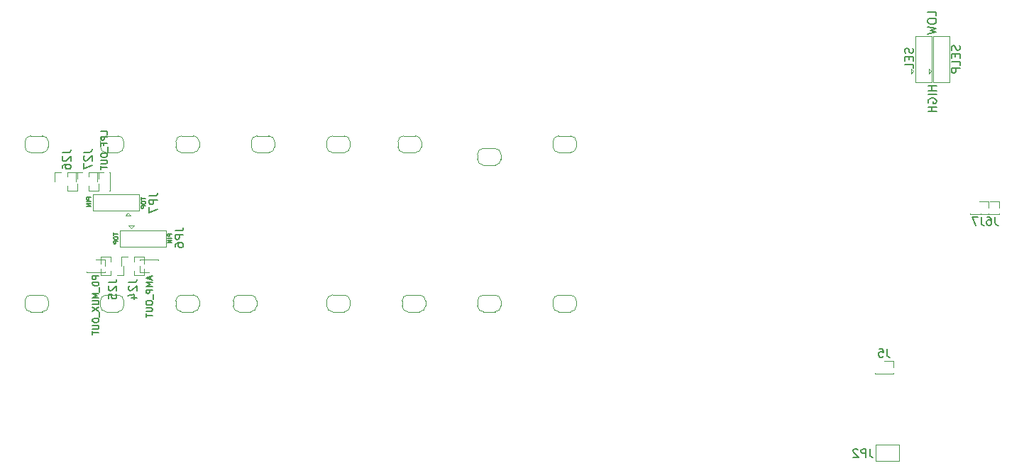
<source format=gbo>
G04 #@! TF.GenerationSoftware,KiCad,Pcbnew,(6.0.5-0)*
G04 #@! TF.CreationDate,2022-08-16T03:19:52+09:00*
G04 #@! TF.ProjectId,qLAMP-main,714c414d-502d-46d6-9169-6e2e6b696361,rev?*
G04 #@! TF.SameCoordinates,Original*
G04 #@! TF.FileFunction,Legend,Bot*
G04 #@! TF.FilePolarity,Positive*
%FSLAX46Y46*%
G04 Gerber Fmt 4.6, Leading zero omitted, Abs format (unit mm)*
G04 Created by KiCad (PCBNEW (6.0.5-0)) date 2022-08-16 03:19:52*
%MOMM*%
%LPD*%
G01*
G04 APERTURE LIST*
%ADD10C,0.127000*%
%ADD11C,0.150000*%
%ADD12C,0.149860*%
%ADD13C,0.120000*%
G04 APERTURE END LIST*
D10*
X90361809Y-103094761D02*
X90361809Y-103385047D01*
X90869809Y-103239904D02*
X90361809Y-103239904D01*
X90361809Y-103651142D02*
X90361809Y-103747904D01*
X90386000Y-103796285D01*
X90434380Y-103844666D01*
X90531142Y-103868857D01*
X90700476Y-103868857D01*
X90797238Y-103844666D01*
X90845619Y-103796285D01*
X90869809Y-103747904D01*
X90869809Y-103651142D01*
X90845619Y-103602761D01*
X90797238Y-103554380D01*
X90700476Y-103530190D01*
X90531142Y-103530190D01*
X90434380Y-103554380D01*
X90386000Y-103602761D01*
X90361809Y-103651142D01*
X90869809Y-104086571D02*
X90361809Y-104086571D01*
X90361809Y-104280095D01*
X90386000Y-104328476D01*
X90410190Y-104352666D01*
X90458571Y-104376857D01*
X90531142Y-104376857D01*
X90579523Y-104352666D01*
X90603714Y-104328476D01*
X90627904Y-104280095D01*
X90627904Y-104086571D01*
X97299809Y-103199904D02*
X96791809Y-103199904D01*
X96791809Y-103393428D01*
X96816000Y-103441809D01*
X96840190Y-103466000D01*
X96888571Y-103490190D01*
X96961142Y-103490190D01*
X97009523Y-103466000D01*
X97033714Y-103441809D01*
X97057904Y-103393428D01*
X97057904Y-103199904D01*
X97299809Y-103707904D02*
X96791809Y-103707904D01*
X97299809Y-103949809D02*
X96791809Y-103949809D01*
X97299809Y-104240095D01*
X96791809Y-104240095D01*
D11*
X185694761Y-81057142D02*
X185742380Y-81200000D01*
X185742380Y-81438095D01*
X185694761Y-81533333D01*
X185647142Y-81580952D01*
X185551904Y-81628571D01*
X185456666Y-81628571D01*
X185361428Y-81580952D01*
X185313809Y-81533333D01*
X185266190Y-81438095D01*
X185218571Y-81247619D01*
X185170952Y-81152380D01*
X185123333Y-81104761D01*
X185028095Y-81057142D01*
X184932857Y-81057142D01*
X184837619Y-81104761D01*
X184790000Y-81152380D01*
X184742380Y-81247619D01*
X184742380Y-81485714D01*
X184790000Y-81628571D01*
X185218571Y-82057142D02*
X185218571Y-82390476D01*
X185742380Y-82533333D02*
X185742380Y-82057142D01*
X184742380Y-82057142D01*
X184742380Y-82533333D01*
X185742380Y-83438095D02*
X185742380Y-82961904D01*
X184742380Y-82961904D01*
X188512380Y-85522380D02*
X187512380Y-85522380D01*
X187988571Y-85522380D02*
X187988571Y-86093809D01*
X188512380Y-86093809D02*
X187512380Y-86093809D01*
X188512380Y-86570000D02*
X187512380Y-86570000D01*
X187560000Y-87570000D02*
X187512380Y-87474761D01*
X187512380Y-87331904D01*
X187560000Y-87189047D01*
X187655238Y-87093809D01*
X187750476Y-87046190D01*
X187940952Y-86998571D01*
X188083809Y-86998571D01*
X188274285Y-87046190D01*
X188369523Y-87093809D01*
X188464761Y-87189047D01*
X188512380Y-87331904D01*
X188512380Y-87427142D01*
X188464761Y-87570000D01*
X188417142Y-87617619D01*
X188083809Y-87617619D01*
X188083809Y-87427142D01*
X188512380Y-88046190D02*
X187512380Y-88046190D01*
X187988571Y-88046190D02*
X187988571Y-88617619D01*
X188512380Y-88617619D02*
X187512380Y-88617619D01*
D10*
X87639809Y-98859904D02*
X87131809Y-98859904D01*
X87131809Y-99053428D01*
X87156000Y-99101809D01*
X87180190Y-99126000D01*
X87228571Y-99150190D01*
X87301142Y-99150190D01*
X87349523Y-99126000D01*
X87373714Y-99101809D01*
X87397904Y-99053428D01*
X87397904Y-98859904D01*
X87639809Y-99367904D02*
X87131809Y-99367904D01*
X87639809Y-99609809D02*
X87131809Y-99609809D01*
X87639809Y-99900095D01*
X87131809Y-99900095D01*
D11*
X191264761Y-80717142D02*
X191312380Y-80860000D01*
X191312380Y-81098095D01*
X191264761Y-81193333D01*
X191217142Y-81240952D01*
X191121904Y-81288571D01*
X191026666Y-81288571D01*
X190931428Y-81240952D01*
X190883809Y-81193333D01*
X190836190Y-81098095D01*
X190788571Y-80907619D01*
X190740952Y-80812380D01*
X190693333Y-80764761D01*
X190598095Y-80717142D01*
X190502857Y-80717142D01*
X190407619Y-80764761D01*
X190360000Y-80812380D01*
X190312380Y-80907619D01*
X190312380Y-81145714D01*
X190360000Y-81288571D01*
X190788571Y-81717142D02*
X190788571Y-82050476D01*
X191312380Y-82193333D02*
X191312380Y-81717142D01*
X190312380Y-81717142D01*
X190312380Y-82193333D01*
X191312380Y-83098095D02*
X191312380Y-82621904D01*
X190312380Y-82621904D01*
X191312380Y-83431428D02*
X190312380Y-83431428D01*
X190312380Y-83812380D01*
X190360000Y-83907619D01*
X190407619Y-83955238D01*
X190502857Y-84002857D01*
X190645714Y-84002857D01*
X190740952Y-83955238D01*
X190788571Y-83907619D01*
X190836190Y-83812380D01*
X190836190Y-83431428D01*
D10*
X94757000Y-108313285D02*
X94757000Y-108676142D01*
X94974714Y-108240714D02*
X94212714Y-108494714D01*
X94974714Y-108748714D01*
X94974714Y-109002714D02*
X94212714Y-109002714D01*
X94757000Y-109256714D01*
X94212714Y-109510714D01*
X94974714Y-109510714D01*
X94974714Y-109873571D02*
X94212714Y-109873571D01*
X94212714Y-110163857D01*
X94249000Y-110236428D01*
X94285285Y-110272714D01*
X94357857Y-110309000D01*
X94466714Y-110309000D01*
X94539285Y-110272714D01*
X94575571Y-110236428D01*
X94611857Y-110163857D01*
X94611857Y-109873571D01*
X95047285Y-110454142D02*
X95047285Y-111034714D01*
X94212714Y-111361285D02*
X94212714Y-111506428D01*
X94249000Y-111579000D01*
X94321571Y-111651571D01*
X94466714Y-111687857D01*
X94720714Y-111687857D01*
X94865857Y-111651571D01*
X94938428Y-111579000D01*
X94974714Y-111506428D01*
X94974714Y-111361285D01*
X94938428Y-111288714D01*
X94865857Y-111216142D01*
X94720714Y-111179857D01*
X94466714Y-111179857D01*
X94321571Y-111216142D01*
X94249000Y-111288714D01*
X94212714Y-111361285D01*
X94212714Y-112014428D02*
X94829571Y-112014428D01*
X94902142Y-112050714D01*
X94938428Y-112087000D01*
X94974714Y-112159571D01*
X94974714Y-112304714D01*
X94938428Y-112377285D01*
X94902142Y-112413571D01*
X94829571Y-112449857D01*
X94212714Y-112449857D01*
X94212714Y-112703857D02*
X94212714Y-113139285D01*
X94974714Y-112921571D02*
X94212714Y-112921571D01*
X93651796Y-98854755D02*
X93651796Y-99145041D01*
X94159796Y-98999898D02*
X93651796Y-98999898D01*
X93651796Y-99411136D02*
X93651796Y-99507898D01*
X93675987Y-99556279D01*
X93724367Y-99604660D01*
X93821129Y-99628851D01*
X93990463Y-99628851D01*
X94087225Y-99604660D01*
X94135606Y-99556279D01*
X94159796Y-99507898D01*
X94159796Y-99411136D01*
X94135606Y-99362755D01*
X94087225Y-99314374D01*
X93990463Y-99290184D01*
X93821129Y-99290184D01*
X93724367Y-99314374D01*
X93675987Y-99362755D01*
X93651796Y-99411136D01*
X94159796Y-99846565D02*
X93651796Y-99846565D01*
X93651796Y-100040089D01*
X93675987Y-100088470D01*
X93700177Y-100112660D01*
X93748558Y-100136851D01*
X93821129Y-100136851D01*
X93869510Y-100112660D01*
X93893701Y-100088470D01*
X93917891Y-100040089D01*
X93917891Y-99846565D01*
D11*
X188482380Y-77174285D02*
X188482380Y-76698095D01*
X187482380Y-76698095D01*
X187482380Y-77698095D02*
X187482380Y-77888571D01*
X187530000Y-77983809D01*
X187625238Y-78079047D01*
X187815714Y-78126666D01*
X188149047Y-78126666D01*
X188339523Y-78079047D01*
X188434761Y-77983809D01*
X188482380Y-77888571D01*
X188482380Y-77698095D01*
X188434761Y-77602857D01*
X188339523Y-77507619D01*
X188149047Y-77460000D01*
X187815714Y-77460000D01*
X187625238Y-77507619D01*
X187530000Y-77602857D01*
X187482380Y-77698095D01*
X187482380Y-78460000D02*
X188482380Y-78698095D01*
X187768095Y-78888571D01*
X188482380Y-79079047D01*
X187482380Y-79317142D01*
D10*
X88594714Y-108232857D02*
X87832714Y-108232857D01*
X87832714Y-108523142D01*
X87869000Y-108595714D01*
X87905285Y-108632000D01*
X87977857Y-108668285D01*
X88086714Y-108668285D01*
X88159285Y-108632000D01*
X88195571Y-108595714D01*
X88231857Y-108523142D01*
X88231857Y-108232857D01*
X88594714Y-108994857D02*
X87832714Y-108994857D01*
X87832714Y-109176285D01*
X87869000Y-109285142D01*
X87941571Y-109357714D01*
X88014142Y-109394000D01*
X88159285Y-109430285D01*
X88268142Y-109430285D01*
X88413285Y-109394000D01*
X88485857Y-109357714D01*
X88558428Y-109285142D01*
X88594714Y-109176285D01*
X88594714Y-108994857D01*
X88667285Y-109575428D02*
X88667285Y-110156000D01*
X88594714Y-110337428D02*
X87832714Y-110337428D01*
X88377000Y-110591428D01*
X87832714Y-110845428D01*
X88594714Y-110845428D01*
X87832714Y-111208285D02*
X88449571Y-111208285D01*
X88522142Y-111244571D01*
X88558428Y-111280857D01*
X88594714Y-111353428D01*
X88594714Y-111498571D01*
X88558428Y-111571142D01*
X88522142Y-111607428D01*
X88449571Y-111643714D01*
X87832714Y-111643714D01*
X87832714Y-111934000D02*
X88594714Y-112442000D01*
X87832714Y-112442000D02*
X88594714Y-111934000D01*
X88667285Y-112550857D02*
X88667285Y-113131428D01*
X87832714Y-113458000D02*
X87832714Y-113603142D01*
X87869000Y-113675714D01*
X87941571Y-113748285D01*
X88086714Y-113784571D01*
X88340714Y-113784571D01*
X88485857Y-113748285D01*
X88558428Y-113675714D01*
X88594714Y-113603142D01*
X88594714Y-113458000D01*
X88558428Y-113385428D01*
X88485857Y-113312857D01*
X88340714Y-113276571D01*
X88086714Y-113276571D01*
X87941571Y-113312857D01*
X87869000Y-113385428D01*
X87832714Y-113458000D01*
X87832714Y-114111142D02*
X88449571Y-114111142D01*
X88522142Y-114147428D01*
X88558428Y-114183714D01*
X88594714Y-114256285D01*
X88594714Y-114401428D01*
X88558428Y-114474000D01*
X88522142Y-114510285D01*
X88449571Y-114546571D01*
X87832714Y-114546571D01*
X87832714Y-114800571D02*
X87832714Y-115236000D01*
X88594714Y-115018285D02*
X87832714Y-115018285D01*
D12*
X84222380Y-93520476D02*
X84936666Y-93520476D01*
X85079523Y-93472857D01*
X85174761Y-93377619D01*
X85222380Y-93234761D01*
X85222380Y-93139523D01*
X84317619Y-93949047D02*
X84270000Y-93996666D01*
X84222380Y-94091904D01*
X84222380Y-94330000D01*
X84270000Y-94425238D01*
X84317619Y-94472857D01*
X84412857Y-94520476D01*
X84508095Y-94520476D01*
X84650952Y-94472857D01*
X85222380Y-93901428D01*
X85222380Y-94520476D01*
X84222380Y-95377619D02*
X84222380Y-95187142D01*
X84270000Y-95091904D01*
X84317619Y-95044285D01*
X84460476Y-94949047D01*
X84650952Y-94901428D01*
X85031904Y-94901428D01*
X85127142Y-94949047D01*
X85174761Y-94996666D01*
X85222380Y-95091904D01*
X85222380Y-95282380D01*
X85174761Y-95377619D01*
X85127142Y-95425238D01*
X85031904Y-95472857D01*
X84793809Y-95472857D01*
X84698571Y-95425238D01*
X84650952Y-95377619D01*
X84603333Y-95282380D01*
X84603333Y-95091904D01*
X84650952Y-94996666D01*
X84698571Y-94949047D01*
X84793809Y-94901428D01*
D10*
X89584714Y-91329428D02*
X89584714Y-90966571D01*
X88822714Y-90966571D01*
X89584714Y-91583428D02*
X88822714Y-91583428D01*
X88822714Y-91873714D01*
X88859000Y-91946285D01*
X88895285Y-91982571D01*
X88967857Y-92018857D01*
X89076714Y-92018857D01*
X89149285Y-91982571D01*
X89185571Y-91946285D01*
X89221857Y-91873714D01*
X89221857Y-91583428D01*
X89185571Y-92599428D02*
X89185571Y-92345428D01*
X89584714Y-92345428D02*
X88822714Y-92345428D01*
X88822714Y-92708285D01*
X89657285Y-92817142D02*
X89657285Y-93397714D01*
X88822714Y-93724285D02*
X88822714Y-93869428D01*
X88859000Y-93942000D01*
X88931571Y-94014571D01*
X89076714Y-94050857D01*
X89330714Y-94050857D01*
X89475857Y-94014571D01*
X89548428Y-93942000D01*
X89584714Y-93869428D01*
X89584714Y-93724285D01*
X89548428Y-93651714D01*
X89475857Y-93579142D01*
X89330714Y-93542857D01*
X89076714Y-93542857D01*
X88931571Y-93579142D01*
X88859000Y-93651714D01*
X88822714Y-93724285D01*
X88822714Y-94377428D02*
X89439571Y-94377428D01*
X89512142Y-94413714D01*
X89548428Y-94450000D01*
X89584714Y-94522571D01*
X89584714Y-94667714D01*
X89548428Y-94740285D01*
X89512142Y-94776571D01*
X89439571Y-94812857D01*
X88822714Y-94812857D01*
X88822714Y-95066857D02*
X88822714Y-95502285D01*
X89584714Y-95284571D02*
X88822714Y-95284571D01*
D11*
X94592380Y-98656666D02*
X95306666Y-98656666D01*
X95449523Y-98609047D01*
X95544761Y-98513809D01*
X95592380Y-98370952D01*
X95592380Y-98275714D01*
X95592380Y-99132857D02*
X94592380Y-99132857D01*
X94592380Y-99513809D01*
X94640000Y-99609047D01*
X94687619Y-99656666D01*
X94782857Y-99704285D01*
X94925714Y-99704285D01*
X95020952Y-99656666D01*
X95068571Y-99609047D01*
X95116190Y-99513809D01*
X95116190Y-99132857D01*
X94592380Y-100037619D02*
X94592380Y-100704285D01*
X95592380Y-100275714D01*
X193853333Y-101192380D02*
X193853333Y-101906666D01*
X193900952Y-102049523D01*
X193996190Y-102144761D01*
X194139047Y-102192380D01*
X194234285Y-102192380D01*
X193472380Y-101192380D02*
X192805714Y-101192380D01*
X193234285Y-102192380D01*
X97662380Y-102816666D02*
X98376666Y-102816666D01*
X98519523Y-102769047D01*
X98614761Y-102673809D01*
X98662380Y-102530952D01*
X98662380Y-102435714D01*
X98662380Y-103292857D02*
X97662380Y-103292857D01*
X97662380Y-103673809D01*
X97710000Y-103769047D01*
X97757619Y-103816666D01*
X97852857Y-103864285D01*
X97995714Y-103864285D01*
X98090952Y-103816666D01*
X98138571Y-103769047D01*
X98186190Y-103673809D01*
X98186190Y-103292857D01*
X97662380Y-104721428D02*
X97662380Y-104530952D01*
X97710000Y-104435714D01*
X97757619Y-104388095D01*
X97900476Y-104292857D01*
X98090952Y-104245238D01*
X98471904Y-104245238D01*
X98567142Y-104292857D01*
X98614761Y-104340476D01*
X98662380Y-104435714D01*
X98662380Y-104626190D01*
X98614761Y-104721428D01*
X98567142Y-104769047D01*
X98471904Y-104816666D01*
X98233809Y-104816666D01*
X98138571Y-104769047D01*
X98090952Y-104721428D01*
X98043333Y-104626190D01*
X98043333Y-104435714D01*
X98090952Y-104340476D01*
X98138571Y-104292857D01*
X98233809Y-104245238D01*
X180573333Y-128882380D02*
X180573333Y-129596666D01*
X180620952Y-129739523D01*
X180716190Y-129834761D01*
X180859047Y-129882380D01*
X180954285Y-129882380D01*
X180097142Y-129882380D02*
X180097142Y-128882380D01*
X179716190Y-128882380D01*
X179620952Y-128930000D01*
X179573333Y-128977619D01*
X179525714Y-129072857D01*
X179525714Y-129215714D01*
X179573333Y-129310952D01*
X179620952Y-129358571D01*
X179716190Y-129406190D01*
X180097142Y-129406190D01*
X179144761Y-128977619D02*
X179097142Y-128930000D01*
X179001904Y-128882380D01*
X178763809Y-128882380D01*
X178668571Y-128930000D01*
X178620952Y-128977619D01*
X178573333Y-129072857D01*
X178573333Y-129168095D01*
X178620952Y-129310952D01*
X179192380Y-129882380D01*
X178573333Y-129882380D01*
X182613334Y-116917391D02*
X182613334Y-117631677D01*
X182660953Y-117774534D01*
X182756191Y-117869772D01*
X182899048Y-117917391D01*
X182994286Y-117917391D01*
X181660953Y-116917391D02*
X182137143Y-116917391D01*
X182184762Y-117393582D01*
X182137143Y-117345963D01*
X182041905Y-117298344D01*
X181803810Y-117298344D01*
X181708572Y-117345963D01*
X181660953Y-117393582D01*
X181613334Y-117488820D01*
X181613334Y-117726915D01*
X181660953Y-117822153D01*
X181708572Y-117869772D01*
X181803810Y-117917391D01*
X182041905Y-117917391D01*
X182137143Y-117869772D01*
X182184762Y-117822153D01*
X89706382Y-109000482D02*
X90420668Y-109000482D01*
X90563525Y-108952863D01*
X90658763Y-108857625D01*
X90706382Y-108714767D01*
X90706382Y-108619529D01*
X89801621Y-109429053D02*
X89754002Y-109476672D01*
X89706382Y-109571910D01*
X89706382Y-109810006D01*
X89754002Y-109905244D01*
X89801621Y-109952863D01*
X89896859Y-110000482D01*
X89992097Y-110000482D01*
X90134954Y-109952863D01*
X90706382Y-109381434D01*
X90706382Y-110000482D01*
X89706382Y-110905244D02*
X89706382Y-110429053D01*
X90182573Y-110381434D01*
X90134954Y-110429053D01*
X90087335Y-110524291D01*
X90087335Y-110762386D01*
X90134954Y-110857625D01*
X90182573Y-110905244D01*
X90277811Y-110952863D01*
X90515906Y-110952863D01*
X90611144Y-110905244D01*
X90658763Y-110857625D01*
X90706382Y-110762386D01*
X90706382Y-110524291D01*
X90658763Y-110429053D01*
X90611144Y-110381434D01*
X92116382Y-109000482D02*
X92830668Y-109000482D01*
X92973525Y-108952863D01*
X93068763Y-108857625D01*
X93116382Y-108714767D01*
X93116382Y-108619529D01*
X92211621Y-109429053D02*
X92164002Y-109476672D01*
X92116382Y-109571910D01*
X92116382Y-109810006D01*
X92164002Y-109905244D01*
X92211621Y-109952863D01*
X92306859Y-110000482D01*
X92402097Y-110000482D01*
X92544954Y-109952863D01*
X93116382Y-109381434D01*
X93116382Y-110000482D01*
X92449716Y-110857625D02*
X93116382Y-110857625D01*
X92068763Y-110619529D02*
X92783049Y-110381434D01*
X92783049Y-111000482D01*
X195503333Y-101172380D02*
X195503333Y-101886666D01*
X195550952Y-102029523D01*
X195646190Y-102124761D01*
X195789047Y-102172380D01*
X195884285Y-102172380D01*
X194598571Y-101172380D02*
X194789047Y-101172380D01*
X194884285Y-101220000D01*
X194931904Y-101267619D01*
X195027142Y-101410476D01*
X195074761Y-101600952D01*
X195074761Y-101981904D01*
X195027142Y-102077142D01*
X194979523Y-102124761D01*
X194884285Y-102172380D01*
X194693809Y-102172380D01*
X194598571Y-102124761D01*
X194550952Y-102077142D01*
X194503333Y-101981904D01*
X194503333Y-101743809D01*
X194550952Y-101648571D01*
X194598571Y-101600952D01*
X194693809Y-101553333D01*
X194884285Y-101553333D01*
X194979523Y-101600952D01*
X195027142Y-101648571D01*
X195074761Y-101743809D01*
X86762380Y-93460482D02*
X87476666Y-93460482D01*
X87619523Y-93412863D01*
X87714761Y-93317625D01*
X87762380Y-93174767D01*
X87762380Y-93079529D01*
X86857619Y-93889053D02*
X86810000Y-93936672D01*
X86762380Y-94031910D01*
X86762380Y-94270006D01*
X86810000Y-94365244D01*
X86857619Y-94412863D01*
X86952857Y-94460482D01*
X87048095Y-94460482D01*
X87190952Y-94412863D01*
X87762380Y-93841434D01*
X87762380Y-94460482D01*
X86762380Y-94793815D02*
X86762380Y-95460482D01*
X87762380Y-95031910D01*
D13*
X144857211Y-91502066D02*
X143457211Y-91502066D01*
X143457211Y-93502066D02*
X144857211Y-93502066D01*
X142757211Y-92202066D02*
X142757211Y-92802066D01*
X145557211Y-92802066D02*
X145557211Y-92202066D01*
X143457211Y-91502066D02*
G75*
G03*
X142757211Y-92202066I0J-700000D01*
G01*
X145557211Y-92202066D02*
G75*
G03*
X144857211Y-91502066I-699999J1D01*
G01*
X144857211Y-93502066D02*
G75*
G03*
X145557211Y-92802066I1J699999D01*
G01*
X142757211Y-92802066D02*
G75*
G03*
X143457211Y-93502066I700000J0D01*
G01*
X135857211Y-93000000D02*
X134457211Y-93000000D01*
X134457211Y-95000000D02*
X135857211Y-95000000D01*
X133757211Y-93700000D02*
X133757211Y-94300000D01*
X136557211Y-94300000D02*
X136557211Y-93700000D01*
X134457211Y-93000000D02*
G75*
G03*
X133757211Y-93700000I0J-700000D01*
G01*
X136557211Y-93700000D02*
G75*
G03*
X135857211Y-93000000I-699999J1D01*
G01*
X135857211Y-95000000D02*
G75*
G03*
X136557211Y-94300000I1J699999D01*
G01*
X133757211Y-94300000D02*
G75*
G03*
X134457211Y-95000000I700000J0D01*
G01*
X124257211Y-92802066D02*
G75*
G03*
X124957211Y-93502066I700000J0D01*
G01*
X126357211Y-93502066D02*
G75*
G03*
X127057211Y-92802066I1J699999D01*
G01*
X127057211Y-92202066D02*
G75*
G03*
X126357211Y-91502066I-699999J1D01*
G01*
X124957211Y-91502066D02*
G75*
G03*
X124257211Y-92202066I0J-700000D01*
G01*
X127057211Y-92802066D02*
X127057211Y-92202066D01*
X124257211Y-92202066D02*
X124257211Y-92802066D01*
X124957211Y-93502066D02*
X126357211Y-93502066D01*
X126357211Y-91502066D02*
X124957211Y-91502066D01*
X90857211Y-91502066D02*
X89457211Y-91502066D01*
X89457211Y-93502066D02*
X90857211Y-93502066D01*
X88757211Y-92202066D02*
X88757211Y-92802066D01*
X91557211Y-92802066D02*
X91557211Y-92202066D01*
X89457211Y-91502066D02*
G75*
G03*
X88757211Y-92202066I0J-700000D01*
G01*
X91557211Y-92202066D02*
G75*
G03*
X90857211Y-91502066I-699999J1D01*
G01*
X90857211Y-93502066D02*
G75*
G03*
X91557211Y-92802066I1J699999D01*
G01*
X88757211Y-92802066D02*
G75*
G03*
X89457211Y-93502066I700000J0D01*
G01*
X81857211Y-91502066D02*
X80457211Y-91502066D01*
X80457211Y-93502066D02*
X81857211Y-93502066D01*
X79757211Y-92202066D02*
X79757211Y-92802066D01*
X82557211Y-92802066D02*
X82557211Y-92202066D01*
X80457211Y-91502066D02*
G75*
G03*
X79757211Y-92202066I0J-700000D01*
G01*
X82557211Y-92202066D02*
G75*
G03*
X81857211Y-91502066I-699999J1D01*
G01*
X81857211Y-93502066D02*
G75*
G03*
X82557211Y-92802066I1J699999D01*
G01*
X79757211Y-92802066D02*
G75*
G03*
X80457211Y-93502066I700000J0D01*
G01*
X144857211Y-110501633D02*
X143457211Y-110501633D01*
X143457211Y-112501633D02*
X144857211Y-112501633D01*
X142757211Y-111201633D02*
X142757211Y-111801633D01*
X145557211Y-111801633D02*
X145557211Y-111201633D01*
X143457211Y-110501633D02*
G75*
G03*
X142757211Y-111201633I0J-700000D01*
G01*
X145557211Y-111201633D02*
G75*
G03*
X144857211Y-110501633I-699999J1D01*
G01*
X144857211Y-112501633D02*
G75*
G03*
X145557211Y-111801633I1J699999D01*
G01*
X142757211Y-111801633D02*
G75*
G03*
X143457211Y-112501633I700000J0D01*
G01*
X126857211Y-110501633D02*
X125457211Y-110501633D01*
X125457211Y-112501633D02*
X126857211Y-112501633D01*
X124757211Y-111201633D02*
X124757211Y-111801633D01*
X127557211Y-111801633D02*
X127557211Y-111201633D01*
X125457211Y-110501633D02*
G75*
G03*
X124757211Y-111201633I0J-700000D01*
G01*
X127557211Y-111201633D02*
G75*
G03*
X126857211Y-110501633I-699999J1D01*
G01*
X126857211Y-112501633D02*
G75*
G03*
X127557211Y-111801633I1J699999D01*
G01*
X124757211Y-111801633D02*
G75*
G03*
X125457211Y-112501633I700000J0D01*
G01*
X104600000Y-111801633D02*
G75*
G03*
X105300000Y-112501633I700000J0D01*
G01*
X106700000Y-112501633D02*
G75*
G03*
X107400000Y-111801633I1J699999D01*
G01*
X107400000Y-111201633D02*
G75*
G03*
X106700000Y-110501633I-699999J1D01*
G01*
X105300000Y-110501633D02*
G75*
G03*
X104600000Y-111201633I0J-700000D01*
G01*
X107400000Y-111801633D02*
X107400000Y-111201633D01*
X104600000Y-111201633D02*
X104600000Y-111801633D01*
X105300000Y-112501633D02*
X106700000Y-112501633D01*
X106700000Y-110501633D02*
X105300000Y-110501633D01*
X81857211Y-110501633D02*
X80457211Y-110501633D01*
X80457211Y-112501633D02*
X81857211Y-112501633D01*
X79757211Y-111201633D02*
X79757211Y-111801633D01*
X82557211Y-111801633D02*
X82557211Y-111201633D01*
X80457211Y-110501633D02*
G75*
G03*
X79757211Y-111201633I0J-700000D01*
G01*
X82557211Y-111201633D02*
G75*
G03*
X81857211Y-110501633I-699999J1D01*
G01*
X81857211Y-112501633D02*
G75*
G03*
X82557211Y-111801633I1J699999D01*
G01*
X79757211Y-111801633D02*
G75*
G03*
X80457211Y-112501633I700000J0D01*
G01*
X89350000Y-107810000D02*
X89350000Y-107745000D01*
X87130000Y-107810000D02*
X87130000Y-107745000D01*
X89350000Y-107810000D02*
X87130000Y-107810000D01*
X89350000Y-107050000D02*
X89350000Y-106290000D01*
X89350000Y-106290000D02*
X88240000Y-106290000D01*
X89350000Y-107810000D02*
X88803471Y-107810000D01*
X87676529Y-107810000D02*
X87130000Y-107810000D01*
X95153471Y-106290000D02*
X95700000Y-106290000D01*
X93480000Y-106290000D02*
X93480000Y-106355000D01*
X93480000Y-107810000D02*
X94590000Y-107810000D01*
X93480000Y-106290000D02*
X94026529Y-106290000D01*
X93480000Y-106290000D02*
X95700000Y-106290000D01*
X95700000Y-106290000D02*
X95700000Y-106355000D01*
X93480000Y-107050000D02*
X93480000Y-107810000D01*
X91744980Y-101019994D02*
X92044980Y-100719994D01*
X92044980Y-100719994D02*
X92344980Y-101019994D01*
X93394980Y-100469994D02*
X93394980Y-98519994D01*
X92344980Y-101019994D02*
X91744980Y-101019994D01*
X87894980Y-98519994D02*
X87894980Y-100469994D01*
X87894980Y-100469994D02*
X93394980Y-100469994D01*
X93394980Y-98519994D02*
X87894980Y-98519994D01*
X100557211Y-111801633D02*
X100557211Y-111201633D01*
X98457211Y-112501633D02*
X99857211Y-112501633D01*
X99857211Y-110501633D02*
X98457211Y-110501633D01*
X97757211Y-111201633D02*
X97757211Y-111801633D01*
X100557211Y-111201633D02*
G75*
G03*
X99857211Y-110501633I-699999J1D01*
G01*
X98457211Y-110501633D02*
G75*
G03*
X97757211Y-111201633I0J-700000D01*
G01*
X97757211Y-111801633D02*
G75*
G03*
X98457211Y-112501633I700000J0D01*
G01*
X99857211Y-112501633D02*
G75*
G03*
X100557211Y-111801633I1J699999D01*
G01*
X192530989Y-100830006D02*
X192530989Y-100765006D01*
X193077518Y-100830006D02*
X192530989Y-100830006D01*
X194750989Y-100830006D02*
X192530989Y-100830006D01*
X194750989Y-100070006D02*
X194750989Y-99310006D01*
X194750989Y-100830006D02*
X194750989Y-100765006D01*
X194750989Y-100830006D02*
X194204460Y-100830006D01*
X194750989Y-99310006D02*
X193640989Y-99310006D01*
X106757211Y-92202066D02*
X106757211Y-92802066D01*
X108857211Y-91502066D02*
X107457211Y-91502066D01*
X109557211Y-92802066D02*
X109557211Y-92202066D01*
X107457211Y-93502066D02*
X108857211Y-93502066D01*
X107457211Y-91502066D02*
G75*
G03*
X106757211Y-92202066I0J-700000D01*
G01*
X106757211Y-92802066D02*
G75*
G03*
X107457211Y-93502066I700000J0D01*
G01*
X108857211Y-93502066D02*
G75*
G03*
X109557211Y-92802066I1J699999D01*
G01*
X109557211Y-92202066D02*
G75*
G03*
X108857211Y-91502066I-699999J1D01*
G01*
X89926003Y-98040021D02*
X89861003Y-98040021D01*
X89926003Y-97493492D02*
X89926003Y-98040021D01*
X89926003Y-95820021D02*
X89926003Y-98040021D01*
X89926003Y-95820021D02*
X89861003Y-95820021D01*
X89166003Y-95820021D02*
X88406003Y-95820021D01*
X89926003Y-95820021D02*
X89926003Y-96366550D01*
X88406003Y-95820021D02*
X88406003Y-96930021D01*
X92449994Y-102519999D02*
X92149994Y-102219999D01*
X92749994Y-102219999D02*
X92449994Y-102519999D01*
X92149994Y-102219999D02*
X92749994Y-102219999D01*
X96599994Y-102769999D02*
X91099994Y-102769999D01*
X96599994Y-104719999D02*
X96599994Y-102769999D01*
X91099994Y-102769999D02*
X91099994Y-104719999D01*
X91099994Y-104719999D02*
X96599994Y-104719999D01*
X134457211Y-112501633D02*
X135857211Y-112501633D01*
X135857211Y-110501633D02*
X134457211Y-110501633D01*
X133757211Y-111201633D02*
X133757211Y-111801633D01*
X136557211Y-111801633D02*
X136557211Y-111201633D01*
X134457211Y-110501633D02*
G75*
G03*
X133757211Y-111201633I0J-700000D01*
G01*
X136557211Y-111201633D02*
G75*
G03*
X135857211Y-110501633I-699999J1D01*
G01*
X135857211Y-112501633D02*
G75*
G03*
X136557211Y-111801633I1J699999D01*
G01*
X133757211Y-111801633D02*
G75*
G03*
X134457211Y-112501633I700000J0D01*
G01*
X97757211Y-92202066D02*
X97757211Y-92802066D01*
X98457211Y-93502066D02*
X99857211Y-93502066D01*
X99857211Y-91502066D02*
X98457211Y-91502066D01*
X100557211Y-92802066D02*
X100557211Y-92202066D01*
X97757211Y-92802066D02*
G75*
G03*
X98457211Y-93502066I699999J-1D01*
G01*
X99857211Y-93502066D02*
G75*
G03*
X100557211Y-92802066I0J700000D01*
G01*
X98457211Y-91502066D02*
G75*
G03*
X97757211Y-92202066I-1J-699999D01*
G01*
X100557211Y-92202066D02*
G75*
G03*
X99857211Y-91502066I-700000J0D01*
G01*
X181290000Y-130350000D02*
X184090000Y-130350000D01*
X184090000Y-128350000D02*
X181290000Y-128350000D01*
X184090000Y-130350000D02*
X184090000Y-128350000D01*
X181290000Y-128350000D02*
X181290000Y-130350000D01*
X86050995Y-95820009D02*
X86050995Y-96622479D01*
X84845995Y-98040009D02*
X86050995Y-98040009D01*
X84845995Y-95820009D02*
X86050995Y-95820009D01*
X83325995Y-95820009D02*
X83325995Y-96930009D01*
X84085995Y-95820009D02*
X83325995Y-95820009D01*
X84845995Y-95820009D02*
X84845995Y-96366538D01*
X86050995Y-97237539D02*
X86050995Y-98040009D01*
X84845995Y-97493480D02*
X84845995Y-98040009D01*
X115757211Y-111201633D02*
X115757211Y-111801633D01*
X116457211Y-112501633D02*
X117857211Y-112501633D01*
X118557211Y-111801633D02*
X118557211Y-111201633D01*
X117857211Y-110501633D02*
X116457211Y-110501633D01*
X118557211Y-111201633D02*
G75*
G03*
X117857211Y-110501633I-699999J1D01*
G01*
X115757211Y-111801633D02*
G75*
G03*
X116457211Y-112501633I700000J0D01*
G01*
X117857211Y-112501633D02*
G75*
G03*
X118557211Y-111801633I1J699999D01*
G01*
X116457211Y-110501633D02*
G75*
G03*
X115757211Y-111201633I0J-700000D01*
G01*
X186007487Y-85140005D02*
X187957487Y-85140005D01*
X185457487Y-83490005D02*
X185757487Y-83790005D01*
X186007487Y-79640005D02*
X186007487Y-85140005D01*
X185757487Y-83790005D02*
X185457487Y-84090005D01*
X187957487Y-85140005D02*
X187957487Y-79640005D01*
X187957487Y-79640005D02*
X186007487Y-79640005D01*
X185457487Y-84090005D02*
X185457487Y-83490005D01*
X89457211Y-112501633D02*
X90857211Y-112501633D01*
X90857211Y-110501633D02*
X89457211Y-110501633D01*
X88757211Y-111201633D02*
X88757211Y-111801633D01*
X91557211Y-111801633D02*
X91557211Y-111201633D01*
X88757211Y-111801633D02*
G75*
G03*
X89457211Y-112501633I700000J0D01*
G01*
X91557211Y-111201633D02*
G75*
G03*
X90857211Y-110501633I-699999J1D01*
G01*
X90857211Y-112501633D02*
G75*
G03*
X91557211Y-111801633I1J699999D01*
G01*
X89457211Y-110501633D02*
G75*
G03*
X88757211Y-111201633I0J-700000D01*
G01*
X181170001Y-119920011D02*
X181170001Y-119855011D01*
X183390001Y-118400011D02*
X182280001Y-118400011D01*
X183390001Y-119920011D02*
X183390001Y-119855011D01*
X183390001Y-119160011D02*
X183390001Y-118400011D01*
X183390001Y-119920011D02*
X181170001Y-119920011D01*
X183390001Y-119920011D02*
X182843472Y-119920011D01*
X181716530Y-119920011D02*
X181170001Y-119920011D01*
X118557211Y-92802066D02*
X118557211Y-92202066D01*
X117857211Y-91502066D02*
X116457211Y-91502066D01*
X115757211Y-92202066D02*
X115757211Y-92802066D01*
X116457211Y-93502066D02*
X117857211Y-93502066D01*
X115757211Y-92802066D02*
G75*
G03*
X116457211Y-93502066I700000J0D01*
G01*
X118557211Y-92202066D02*
G75*
G03*
X117857211Y-91502066I-699999J1D01*
G01*
X117857211Y-93502066D02*
G75*
G03*
X118557211Y-92802066I1J699999D01*
G01*
X116457211Y-91502066D02*
G75*
G03*
X115757211Y-92202066I0J-700000D01*
G01*
X90020000Y-108160000D02*
X88815000Y-108160000D01*
X88815000Y-106742470D02*
X88815000Y-105940000D01*
X90780000Y-108160000D02*
X91540000Y-108160000D01*
X90020000Y-106486529D02*
X90020000Y-105940000D01*
X90020000Y-105940000D02*
X88815000Y-105940000D01*
X90020000Y-108160000D02*
X90020000Y-107613471D01*
X91540000Y-108160000D02*
X91540000Y-107050000D01*
X88815000Y-108160000D02*
X88815000Y-107357530D01*
X92810000Y-108160000D02*
X94015000Y-108160000D01*
X92050000Y-105940000D02*
X91290000Y-105940000D01*
X94015000Y-107357530D02*
X94015000Y-108160000D01*
X94015000Y-105940000D02*
X94015000Y-106742470D01*
X92810000Y-107613471D02*
X92810000Y-108160000D01*
X92810000Y-105940000D02*
X92810000Y-106486529D01*
X91290000Y-105940000D02*
X91290000Y-107050000D01*
X92810000Y-105940000D02*
X94015000Y-105940000D01*
X196020989Y-100070006D02*
X196020989Y-99310006D01*
X196020989Y-100830006D02*
X195474460Y-100830006D01*
X193800989Y-100830006D02*
X193800989Y-100765006D01*
X194347518Y-100830006D02*
X193800989Y-100830006D01*
X196020989Y-100830006D02*
X193800989Y-100830006D01*
X196020989Y-100830006D02*
X196020989Y-100765006D01*
X196020989Y-99310006D02*
X194910989Y-99310006D01*
X85865995Y-95820009D02*
X85865995Y-96930009D01*
X87385995Y-95820009D02*
X88590995Y-95820009D01*
X86625995Y-95820009D02*
X85865995Y-95820009D01*
X88590995Y-95820009D02*
X88590995Y-96622479D01*
X88590995Y-97237539D02*
X88590995Y-98040009D01*
X87385995Y-95820009D02*
X87385995Y-96366538D01*
X87385995Y-98040009D02*
X88590995Y-98040009D01*
X87385995Y-97493480D02*
X87385995Y-98040009D01*
X190100003Y-79640005D02*
X188150003Y-79640005D01*
X188150003Y-85140005D02*
X190100003Y-85140005D01*
X187600003Y-84090005D02*
X187600003Y-83490005D01*
X188150003Y-79640005D02*
X188150003Y-85140005D01*
X187600003Y-83490005D02*
X187900003Y-83790005D01*
X187900003Y-83790005D02*
X187600003Y-84090005D01*
X190100003Y-85140005D02*
X190100003Y-79640005D01*
M02*

</source>
